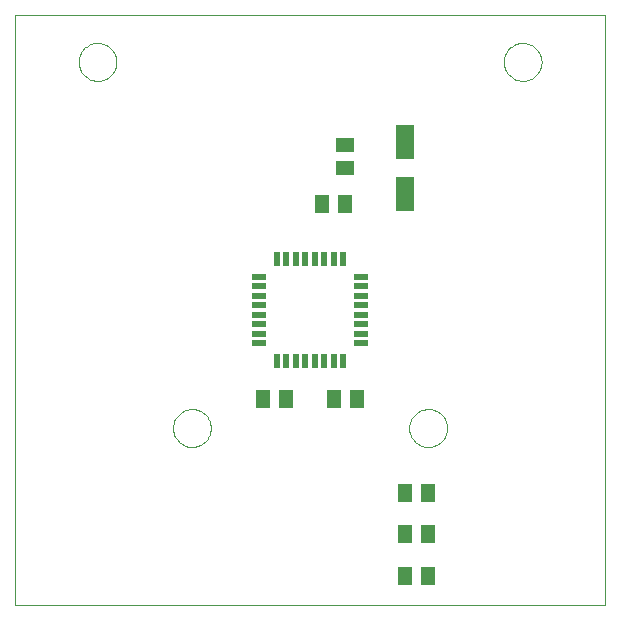
<source format=gtp>
G75*
G70*
%OFA0B0*%
%FSLAX24Y24*%
%IPPOS*%
%LPD*%
%AMOC8*
5,1,8,0,0,1.08239X$1,22.5*
%
%ADD10C,0.0000*%
%ADD11R,0.0220X0.0500*%
%ADD12R,0.0500X0.0220*%
%ADD13R,0.0512X0.0591*%
%ADD14R,0.0630X0.1181*%
%ADD15R,0.0591X0.0512*%
D10*
X000574Y000574D02*
X020259Y000574D01*
X020259Y020259D01*
X000574Y020259D01*
X000574Y000574D01*
X005849Y006479D02*
X005851Y006529D01*
X005857Y006579D01*
X005867Y006628D01*
X005881Y006676D01*
X005898Y006723D01*
X005919Y006768D01*
X005944Y006812D01*
X005972Y006853D01*
X006004Y006892D01*
X006038Y006929D01*
X006075Y006963D01*
X006115Y006993D01*
X006157Y007020D01*
X006201Y007044D01*
X006247Y007065D01*
X006294Y007081D01*
X006342Y007094D01*
X006392Y007103D01*
X006441Y007108D01*
X006492Y007109D01*
X006542Y007106D01*
X006591Y007099D01*
X006640Y007088D01*
X006688Y007073D01*
X006734Y007055D01*
X006779Y007033D01*
X006822Y007007D01*
X006863Y006978D01*
X006902Y006946D01*
X006938Y006911D01*
X006970Y006873D01*
X007000Y006833D01*
X007027Y006790D01*
X007050Y006746D01*
X007069Y006700D01*
X007085Y006652D01*
X007097Y006603D01*
X007105Y006554D01*
X007109Y006504D01*
X007109Y006454D01*
X007105Y006404D01*
X007097Y006355D01*
X007085Y006306D01*
X007069Y006258D01*
X007050Y006212D01*
X007027Y006168D01*
X007000Y006125D01*
X006970Y006085D01*
X006938Y006047D01*
X006902Y006012D01*
X006863Y005980D01*
X006822Y005951D01*
X006779Y005925D01*
X006734Y005903D01*
X006688Y005885D01*
X006640Y005870D01*
X006591Y005859D01*
X006542Y005852D01*
X006492Y005849D01*
X006441Y005850D01*
X006392Y005855D01*
X006342Y005864D01*
X006294Y005877D01*
X006247Y005893D01*
X006201Y005914D01*
X006157Y005938D01*
X006115Y005965D01*
X006075Y005995D01*
X006038Y006029D01*
X006004Y006066D01*
X005972Y006105D01*
X005944Y006146D01*
X005919Y006190D01*
X005898Y006235D01*
X005881Y006282D01*
X005867Y006330D01*
X005857Y006379D01*
X005851Y006429D01*
X005849Y006479D01*
X013723Y006479D02*
X013725Y006529D01*
X013731Y006579D01*
X013741Y006628D01*
X013755Y006676D01*
X013772Y006723D01*
X013793Y006768D01*
X013818Y006812D01*
X013846Y006853D01*
X013878Y006892D01*
X013912Y006929D01*
X013949Y006963D01*
X013989Y006993D01*
X014031Y007020D01*
X014075Y007044D01*
X014121Y007065D01*
X014168Y007081D01*
X014216Y007094D01*
X014266Y007103D01*
X014315Y007108D01*
X014366Y007109D01*
X014416Y007106D01*
X014465Y007099D01*
X014514Y007088D01*
X014562Y007073D01*
X014608Y007055D01*
X014653Y007033D01*
X014696Y007007D01*
X014737Y006978D01*
X014776Y006946D01*
X014812Y006911D01*
X014844Y006873D01*
X014874Y006833D01*
X014901Y006790D01*
X014924Y006746D01*
X014943Y006700D01*
X014959Y006652D01*
X014971Y006603D01*
X014979Y006554D01*
X014983Y006504D01*
X014983Y006454D01*
X014979Y006404D01*
X014971Y006355D01*
X014959Y006306D01*
X014943Y006258D01*
X014924Y006212D01*
X014901Y006168D01*
X014874Y006125D01*
X014844Y006085D01*
X014812Y006047D01*
X014776Y006012D01*
X014737Y005980D01*
X014696Y005951D01*
X014653Y005925D01*
X014608Y005903D01*
X014562Y005885D01*
X014514Y005870D01*
X014465Y005859D01*
X014416Y005852D01*
X014366Y005849D01*
X014315Y005850D01*
X014266Y005855D01*
X014216Y005864D01*
X014168Y005877D01*
X014121Y005893D01*
X014075Y005914D01*
X014031Y005938D01*
X013989Y005965D01*
X013949Y005995D01*
X013912Y006029D01*
X013878Y006066D01*
X013846Y006105D01*
X013818Y006146D01*
X013793Y006190D01*
X013772Y006235D01*
X013755Y006282D01*
X013741Y006330D01*
X013731Y006379D01*
X013725Y006429D01*
X013723Y006479D01*
X016873Y018684D02*
X016875Y018734D01*
X016881Y018784D01*
X016891Y018833D01*
X016905Y018881D01*
X016922Y018928D01*
X016943Y018973D01*
X016968Y019017D01*
X016996Y019058D01*
X017028Y019097D01*
X017062Y019134D01*
X017099Y019168D01*
X017139Y019198D01*
X017181Y019225D01*
X017225Y019249D01*
X017271Y019270D01*
X017318Y019286D01*
X017366Y019299D01*
X017416Y019308D01*
X017465Y019313D01*
X017516Y019314D01*
X017566Y019311D01*
X017615Y019304D01*
X017664Y019293D01*
X017712Y019278D01*
X017758Y019260D01*
X017803Y019238D01*
X017846Y019212D01*
X017887Y019183D01*
X017926Y019151D01*
X017962Y019116D01*
X017994Y019078D01*
X018024Y019038D01*
X018051Y018995D01*
X018074Y018951D01*
X018093Y018905D01*
X018109Y018857D01*
X018121Y018808D01*
X018129Y018759D01*
X018133Y018709D01*
X018133Y018659D01*
X018129Y018609D01*
X018121Y018560D01*
X018109Y018511D01*
X018093Y018463D01*
X018074Y018417D01*
X018051Y018373D01*
X018024Y018330D01*
X017994Y018290D01*
X017962Y018252D01*
X017926Y018217D01*
X017887Y018185D01*
X017846Y018156D01*
X017803Y018130D01*
X017758Y018108D01*
X017712Y018090D01*
X017664Y018075D01*
X017615Y018064D01*
X017566Y018057D01*
X017516Y018054D01*
X017465Y018055D01*
X017416Y018060D01*
X017366Y018069D01*
X017318Y018082D01*
X017271Y018098D01*
X017225Y018119D01*
X017181Y018143D01*
X017139Y018170D01*
X017099Y018200D01*
X017062Y018234D01*
X017028Y018271D01*
X016996Y018310D01*
X016968Y018351D01*
X016943Y018395D01*
X016922Y018440D01*
X016905Y018487D01*
X016891Y018535D01*
X016881Y018584D01*
X016875Y018634D01*
X016873Y018684D01*
X002700Y018684D02*
X002702Y018734D01*
X002708Y018784D01*
X002718Y018833D01*
X002732Y018881D01*
X002749Y018928D01*
X002770Y018973D01*
X002795Y019017D01*
X002823Y019058D01*
X002855Y019097D01*
X002889Y019134D01*
X002926Y019168D01*
X002966Y019198D01*
X003008Y019225D01*
X003052Y019249D01*
X003098Y019270D01*
X003145Y019286D01*
X003193Y019299D01*
X003243Y019308D01*
X003292Y019313D01*
X003343Y019314D01*
X003393Y019311D01*
X003442Y019304D01*
X003491Y019293D01*
X003539Y019278D01*
X003585Y019260D01*
X003630Y019238D01*
X003673Y019212D01*
X003714Y019183D01*
X003753Y019151D01*
X003789Y019116D01*
X003821Y019078D01*
X003851Y019038D01*
X003878Y018995D01*
X003901Y018951D01*
X003920Y018905D01*
X003936Y018857D01*
X003948Y018808D01*
X003956Y018759D01*
X003960Y018709D01*
X003960Y018659D01*
X003956Y018609D01*
X003948Y018560D01*
X003936Y018511D01*
X003920Y018463D01*
X003901Y018417D01*
X003878Y018373D01*
X003851Y018330D01*
X003821Y018290D01*
X003789Y018252D01*
X003753Y018217D01*
X003714Y018185D01*
X003673Y018156D01*
X003630Y018130D01*
X003585Y018108D01*
X003539Y018090D01*
X003491Y018075D01*
X003442Y018064D01*
X003393Y018057D01*
X003343Y018054D01*
X003292Y018055D01*
X003243Y018060D01*
X003193Y018069D01*
X003145Y018082D01*
X003098Y018098D01*
X003052Y018119D01*
X003008Y018143D01*
X002966Y018170D01*
X002926Y018200D01*
X002889Y018234D01*
X002855Y018271D01*
X002823Y018310D01*
X002795Y018351D01*
X002770Y018395D01*
X002749Y018440D01*
X002732Y018487D01*
X002718Y018535D01*
X002708Y018584D01*
X002702Y018634D01*
X002700Y018684D01*
D11*
X009314Y012106D03*
X009629Y012106D03*
X009944Y012106D03*
X010259Y012106D03*
X010574Y012106D03*
X010889Y012106D03*
X011204Y012106D03*
X011519Y012106D03*
X011519Y008726D03*
X011204Y008726D03*
X010889Y008726D03*
X010574Y008726D03*
X010259Y008726D03*
X009944Y008726D03*
X009629Y008726D03*
X009314Y008726D03*
D12*
X008726Y009314D03*
X008726Y009629D03*
X008726Y009944D03*
X008726Y010259D03*
X008726Y010574D03*
X008726Y010889D03*
X008726Y011204D03*
X008726Y011519D03*
X012106Y011519D03*
X012106Y011204D03*
X012106Y010889D03*
X012106Y010574D03*
X012106Y010259D03*
X012106Y009944D03*
X012106Y009629D03*
X012106Y009314D03*
D13*
X011971Y007463D03*
X011223Y007463D03*
X009609Y007463D03*
X008861Y007463D03*
X013586Y004314D03*
X014334Y004314D03*
X014334Y002936D03*
X013586Y002936D03*
X013586Y001558D03*
X014334Y001558D03*
X011578Y013960D03*
X010830Y013960D03*
D14*
X013566Y014274D03*
X013566Y016007D03*
D15*
X011597Y015908D03*
X011597Y015160D03*
M02*

</source>
